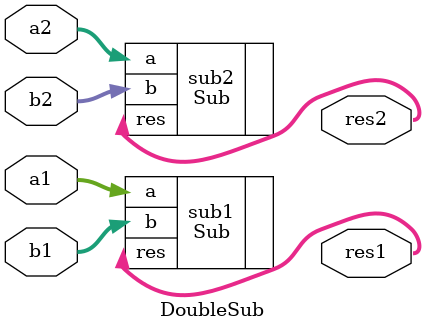
<source format=sv>
module DoubleSub (
    input[31:0] a1,
    input[31:0] a2,
    input[31:0] b1,
    input[31:0] b2,
    output[31:0] res1,
    output[31:0] res2
);

    Sub sub1 (
        .a(a1),
        .b(b1),
        .res(res1)
    );

    Sub sub2 (
        .a(a2),
        .b(b2),
        .res(res2)
    );

endmodule

</source>
